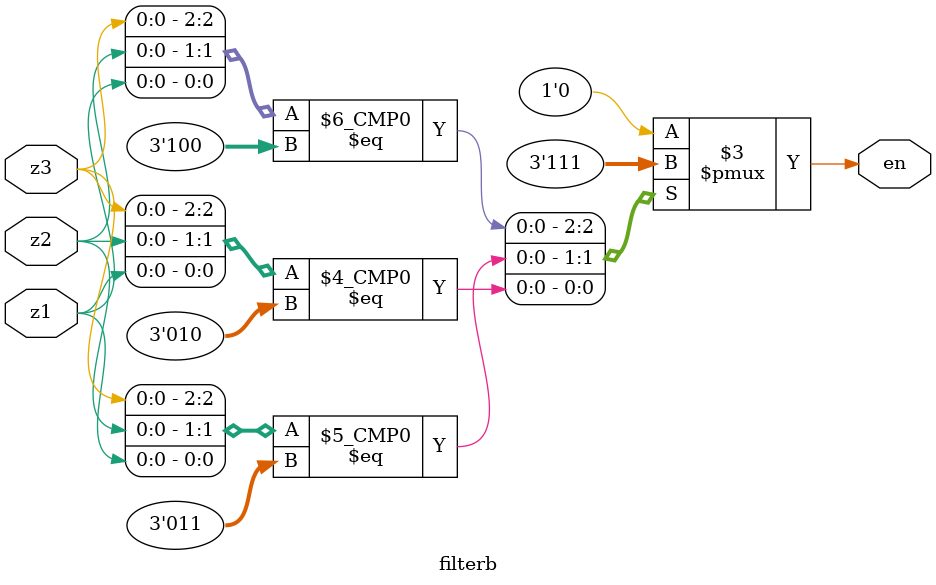
<source format=v>
module filterb(z3, z2, z1, en);
	input z3, z2, z1;
	output reg en;
	
	always@(*)
	begin
		case({z3, z2, z1})
		3'b100: en = 1;
		3'b011: en = 1;
		3'b010: en = 1;
		default: en = 0;
		endcase
	end
	
endmodule

</source>
